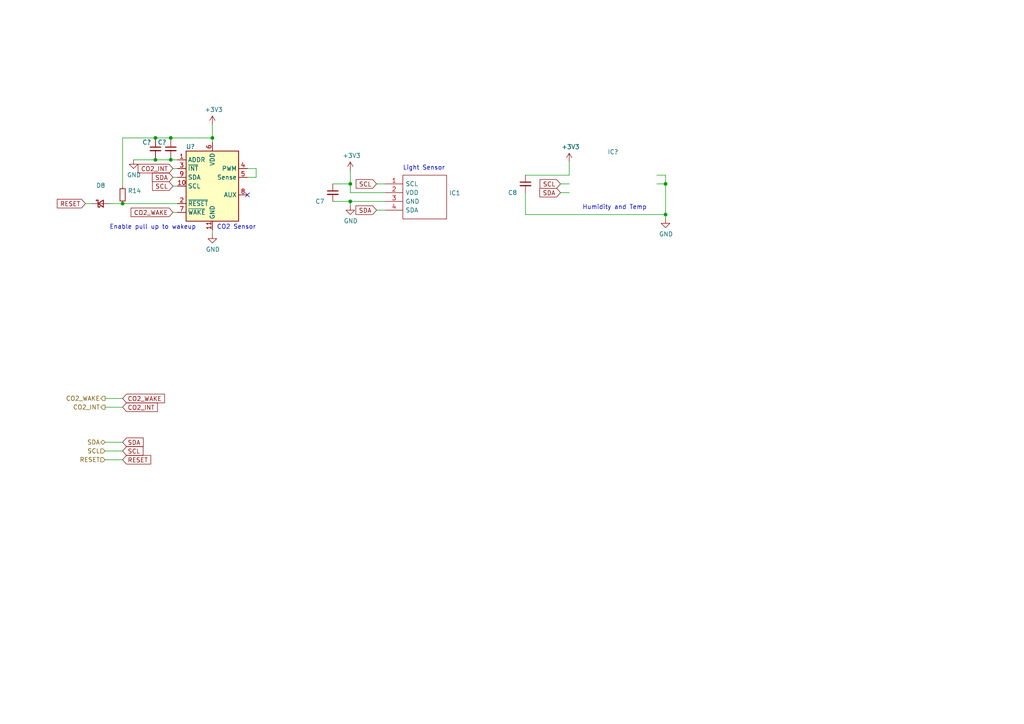
<source format=kicad_sch>
(kicad_sch (version 20211123) (generator eeschema)
  (paper "A4")
  (title_block (title "SmartSensor") (date "2021-11-18") (rev "1.3") (company "Avans Hogeschool") (comment 1 "Maurice Snoeren") (comment 2 "Expertise Centrum Technische Innovatie") (comment 3 "Lectoraat Smart Energy and Datascience & ICT") (comment 4 "Update: Changed reset circuit CSS811"))
  (lib_symbols
    (symbol "Device:C_Small" (pin_numbers hide) (pin_names (offset 0.254) hide)
      (property "Reference" "C" (at 0.254 1.778 0))
      (property "Value" "C_Small" (at 0.254 -2.032 0))
      (symbol "C_Small_0_1"
        (polyline (pts (xy -1.524 -0.508) (xy 1.524 -0.508)) (stroke (width 0.3302)))
        (polyline (pts (xy -1.524 0.508) (xy 1.524 0.508)) (stroke (width 0.3048)))
      )
      (symbol "C_Small_1_1"
        (pin passive line (at 0 2.54 270) (length 2.032) (name "~") (number "1"))
        (pin passive line (at 0 -2.54 90) (length 2.032) (name "~") (number "2"))
      )
    )
    (symbol "Device:D_Schottky_Small" (pin_numbers hide) (pin_names (offset 0.254) hide)
      (property "Reference" "D" (at -1.27 2.032 0))
      (property "Value" "D_Schottky_Small" (at -7.112 -2.032 0))
      (symbol "D_Schottky_Small_0_1"
        (polyline (pts (xy -0.762 0) (xy 0.762 0)))
        (polyline (pts (xy 0.762 -1.016) (xy -0.762 0) (xy 0.762 1.016) (xy 0.762 -1.016)) (stroke (width 0.254)))
        (polyline (pts (xy -1.27 0.762) (xy -1.27 1.016) (xy -0.762 1.016) (xy -0.762 -1.016) (xy -0.254 -1.016) (xy -0.254 -0.762)) (stroke (width 0.254)))
      )
      (symbol "D_Schottky_Small_1_1"
        (pin passive line (at -2.54 0 0) (length 1.778) (name "K") (number "1"))
        (pin passive line (at 2.54 0 180) (length 1.778) (name "A") (number "2"))
      )
    )
    (symbol "Device:R_Small" (pin_numbers hide) (pin_names (offset 0.254) hide)
      (property "Reference" "R" (at 0.762 0.508 0))
      (property "Value" "R_Small" (at 0.762 -1.016 0))
      (symbol "R_Small_0_1"
        (rectangle (start -0.762 1.778) (end 0.762 -1.778) (stroke (width 0.2032)))
      )
      (symbol "R_Small_1_1"
        (pin passive line (at 0 2.54 270) (length 0.762) (name "~") (number "1"))
        (pin passive line (at 0 -2.54 90) (length 0.762) (name "~") (number "2"))
      )
    )
    (symbol "SamacSys_Parts:VEML7700-TT" (pin_names (offset 0.762))
      (property "Reference" "IC" (at 19.05 7.62 0))
      (property "Value" "VEML7700-TT" (at 19.05 5.08 0))
      (symbol "VEML7700-TT_0_0"
        (pin passive line (at 0 0 0) (length 5.08) (name "SCL") (number "1"))
        (pin passive line (at 0 -2.54 0) (length 5.08) (name "VDD") (number "2"))
        (pin passive line (at 0 -5.08 0) (length 5.08) (name "GND") (number "3"))
        (pin passive line (at 0 -7.62 0) (length 5.08) (name "SDA") (number "4"))
      )
      (symbol "VEML7700-TT_0_1"
        (polyline (pts (xy 5.08 2.54) (xy 17.78 2.54) (xy 17.78 -10.16) (xy 5.08 -10.16) (xy 5.08 2.54)) (stroke (width 0.1524)))
      )
    )
    (symbol "Sensor_Gas:CCS811"
      (property "Reference" "U" (at -8.89 13.97 0))
      (property "Value" "CCS811" (at -6.35 11.43 0))
      (symbol "CCS811_0_1"
        (rectangle (start -7.62 10.16) (end 7.62 -10.16) (stroke (width 0.254)) (fill (type background)))
      )
      (symbol "CCS811_1_1"
        (pin input line (at -10.16 7.62 0) (length 2.54) (name "ADDR") (number "1"))
        (pin input line (at -10.16 0 0) (length 2.54) (name "SCL") (number "10"))
        (pin power_in line (at 0 -12.7 90) (length 2.54) (name "GND") (number "11"))
        (pin input line (at -10.16 -5.08 0) (length 2.54) (name "~{RESET}") (number "2"))
        (pin output line (at -10.16 5.08 0) (length 2.54) (name "~{INT}") (number "3"))
        (pin output line (at 10.16 5.08 180) (length 2.54) (name "PWM") (number "4"))
        (pin bidirectional line (at 10.16 2.54 180) (length 2.54) (name "Sense") (number "5"))
        (pin power_in line (at 0 12.7 270) (length 2.54) (name "VDD") (number "6"))
        (pin input line (at -10.16 -7.62 0) (length 2.54) (name "~{WAKE}") (number "7"))
        (pin input line (at 10.16 -2.54 180) (length 2.54) (name "AUX") (number "8"))
        (pin bidirectional line (at -10.16 2.54 0) (length 2.54) (name "SDA") (number "9"))
      )
    )
    (symbol "power:+3.3V" (power) (pin_names (offset 0))
      (property "Value" "+3.3V" (at 0 3.556 0))
      (symbol "+3.3V_0_1"
        (polyline (pts (xy -0.762 1.27) (xy 0 2.54)))
        (polyline (pts (xy 0 0) (xy 0 2.54)))
        (polyline (pts (xy 0 2.54) (xy 0.762 1.27)))
      )
      (symbol "+3.3V_1_1"
        (pin power_in line (at 0 0 90) (length 0) hide (name "+3V3") (number "1"))
      )
    )
    (symbol "power:GND" (power) (pin_names (offset 0))
      (property "Value" "GND" (at 0 -3.81 0))
      (symbol "GND_0_1"
        (polyline (pts (xy 0 0) (xy 0 -1.27) (xy 1.27 -1.27) (xy 0 -2.54) (xy -1.27 -1.27) (xy 0 -1.27)))
      )
      (symbol "GND_1_1"
        (pin power_in line (at 0 0 270) (length 0) hide (name "GND") (number "1"))
      )
    )
  )
  (junction (at 35.56 59.055))
  (junction (at 101.6 58.42))
  (junction (at 193.04 53.34))
  (junction (at 45.085 46.355))
  (junction (at 45.085 40.005))
  (junction (at 49.53 40.005))
  (junction (at 49.53 46.355))
  (junction (at 193.04 62.23))
  (junction (at 101.6 53.34))
  (junction (at 61.595 40.005))
  (no_connect (at 71.755 56.515))
  (wire (pts (xy 61.595 36.195) (xy 61.595 40.005)))
  (wire (pts (xy 96.52 58.42) (xy 101.6 58.42)))
  (wire (pts (xy 162.56 55.88) (xy 165.1 55.88)))
  (wire (pts (xy 45.085 40.005) (xy 49.53 40.005)))
  (wire (pts (xy 190.5 53.34) (xy 193.04 53.34)))
  (wire (pts (xy 101.6 53.34) (xy 101.6 55.88)))
  (wire (pts (xy 61.595 40.005) (xy 61.595 41.275)))
  (wire (pts (xy 152.4 50.8) (xy 165.1 50.8)))
  (wire (pts (xy 35.56 40.005) (xy 45.085 40.005)))
  (wire (pts (xy 50.165 51.435) (xy 51.435 51.435)))
  (wire (pts (xy 49.53 45.72) (xy 49.53 46.355)))
  (wire (pts (xy 49.53 40.64) (xy 49.53 40.005)))
  (wire (pts (xy 30.48 133.35) (xy 35.56 133.35)))
  (wire (pts (xy 111.76 55.88) (xy 101.6 55.88)))
  (wire (pts (xy 190.5 50.8) (xy 193.04 50.8)))
  (wire (pts (xy 111.76 58.42) (xy 101.6 58.42)))
  (wire (pts (xy 51.435 46.355) (xy 49.53 46.355)))
  (wire (pts (xy 50.165 48.895) (xy 51.435 48.895)))
  (wire (pts (xy 31.75 59.055) (xy 35.56 59.055)))
  (wire (pts (xy 24.765 59.055) (xy 26.67 59.055)))
  (wire (pts (xy 162.56 53.34) (xy 165.1 53.34)))
  (wire (pts (xy 61.595 66.675) (xy 61.595 67.945)))
  (wire (pts (xy 165.1 46.99) (xy 165.1 50.8)))
  (wire (pts (xy 101.6 49.53) (xy 101.6 53.34)))
  (wire (pts (xy 35.56 59.055) (xy 51.435 59.055)))
  (wire (pts (xy 38.735 46.355) (xy 45.085 46.355)))
  (wire (pts (xy 45.085 40.64) (xy 45.085 40.005)))
  (wire (pts (xy 30.48 115.57) (xy 35.56 115.57)))
  (wire (pts (xy 193.04 50.8) (xy 193.04 53.34)))
  (wire (pts (xy 45.085 45.72) (xy 45.085 46.355)))
  (wire (pts (xy 74.295 48.895) (xy 74.295 51.435)))
  (wire (pts (xy 49.53 46.355) (xy 45.085 46.355)))
  (wire (pts (xy 30.48 128.27) (xy 35.56 128.27)))
  (wire (pts (xy 101.6 58.42) (xy 101.6 59.69)))
  (wire (pts (xy 109.22 53.34) (xy 111.76 53.34)))
  (wire (pts (xy 193.04 62.23) (xy 193.04 63.5)))
  (wire (pts (xy 71.755 48.895) (xy 74.295 48.895)))
  (wire (pts (xy 30.48 118.11) (xy 35.56 118.11)))
  (wire (pts (xy 152.4 55.88) (xy 152.4 62.23)))
  (wire (pts (xy 49.53 40.005) (xy 61.595 40.005)))
  (wire (pts (xy 96.52 53.34) (xy 101.6 53.34)))
  (wire (pts (xy 30.48 130.81) (xy 35.56 130.81)))
  (wire (pts (xy 35.56 53.975) (xy 35.56 40.005)))
  (wire (pts (xy 193.04 53.34) (xy 193.04 62.23)))
  (wire (pts (xy 152.4 62.23) (xy 193.04 62.23)))
  (wire (pts (xy 109.22 60.96) (xy 111.76 60.96)))
  (wire (pts (xy 50.165 53.975) (xy 51.435 53.975)))
  (wire (pts (xy 74.295 51.435) (xy 71.755 51.435)))
  (wire (pts (xy 50.165 61.595) (xy 51.435 61.595)))
  (text "Enable pull up to wakeup" (at 31.75 66.675 0) (effects (font (size 1.27 1.27)) (justify left bottom)))
  (text "CO2 Sensor" (at 62.865 66.675 0) (effects (font (size 1.27 1.27)) (justify left bottom)))
  (text "Humidity and Temp" (at 168.91 60.96 0) (effects (font (size 1.27 1.27)) (justify left bottom)))
  (text "Light Sensor" (at 116.84 49.53 0) (effects (font (size 1.27 1.27)) (justify left bottom)))
  (global_label "SDA" (shape input) (at 35.56 128.27 0) (property "Intersheet References" "${INTERSHEET_REFS}" (effects hide)))
  (global_label "SCL" (shape input) (at 109.22 53.34 180) (property "Intersheet References" "${INTERSHEET_REFS}" (effects hide)))
  (global_label "CO2_WAKE" (shape input) (at 35.56 115.57 0) (property "Intersheet References" "${INTERSHEET_REFS}" (effects hide)))
  (global_label "CO2_INT" (shape input) (at 50.165 48.895 180) (property "Intersheet References" "${INTERSHEET_REFS}" (effects hide)))
  (global_label "RESET" (shape input) (at 35.56 133.35 0) (property "Intersheet References" "${INTERSHEET_REFS}" (effects hide)))
  (global_label "SDA" (shape input) (at 109.22 60.96 180) (property "Intersheet References" "${INTERSHEET_REFS}" (effects hide)))
  (global_label "SCL" (shape input) (at 35.56 130.81 0) (property "Intersheet References" "${INTERSHEET_REFS}" (effects hide)))
  (global_label "SCL" (shape input) (at 162.56 53.34 180) (property "Intersheet References" "${INTERSHEET_REFS}" (effects hide)))
  (global_label "SDA" (shape input) (at 162.56 55.88 180) (property "Intersheet References" "${INTERSHEET_REFS}" (effects hide)))
  (global_label "SDA" (shape input) (at 50.165 51.435 180) (property "Intersheet References" "${INTERSHEET_REFS}" (effects hide)))
  (global_label "CO2_WAKE" (shape input) (at 50.165 61.595 180) (property "Intersheet References" "${INTERSHEET_REFS}" (effects hide)))
  (global_label "CO2_INT" (shape input) (at 35.56 118.11 0) (property "Intersheet References" "${INTERSHEET_REFS}" (effects hide)))
  (global_label "RESET" (shape input) (at 24.765 59.055 180) (property "Intersheet References" "${INTERSHEET_REFS}" (effects hide)))
  (global_label "SCL" (shape input) (at 50.165 53.975 180) (property "Intersheet References" "${INTERSHEET_REFS}" (effects hide)))
  (hierarchical_label "SDA" (shape bidirectional) (at 30.48 128.27 180))
  (hierarchical_label "CO2_WAKE" (shape output) (at 30.48 115.57 180))
  (hierarchical_label "SCL" (shape input) (at 30.48 130.81 180))
  (hierarchical_label "CO2_INT" (shape output) (at 30.48 118.11 180))
  (hierarchical_label "RESET" (shape input) (at 30.48 133.35 180))
  (symbol (lib_id "SmartSensor-rescue:SHTC3-SamacSys_Parts-SmartSensor-rescue") (at 165.1 50.8 0) (unit 1)
    (property "Reference" "IC?" (at 177.8 44.069 0))
    (property "Datasheet" "https://www.glynshop.com/erp/owweb/Daten/Datenblaetter/Sensirion/SHTC3.pdf" (effects hide))
    (property "Description" "Humidity and Temperature Sensor IC" (effects hide))
    (property "Height" "0.75" (effects hide))
    (property "Manufacturer_Name" "Sensirion" (effects hide))
    (property "Manufacturer_Part_Number" "SHTC3" (effects hide))
    (property "Arrow Part Number" "SHTC3" (effects hide))
    (property "Arrow Price/Stock" "https://www.arrow.com/en/products/shtc3/sensirion-ag" (effects hide))
    (property "Mouser Part Number" "403-SHTC3" (effects hide))
    (property "Mouser Price/Stock" "https://www.mouser.co.uk/ProductDetail/Sensirion/SHTC3?qs=y6ZabgHbY%252Bx3LlA87fqBwg%3D%3D" (effects hide))
  )
  (symbol (lib_id "power:+3.3V") (at 165.1 46.99 0) (unit 1)
    (property "Reference" "#PWR010" (effects hide))
  )
  (symbol (lib_id "power:GND") (at 193.04 63.5 0) (unit 1)
    (property "Reference" "#PWR011" (effects hide))
  )
  (symbol (lib_id "Device:C_Small") (at 152.4 53.34 0) (unit 1)
    (property "Reference" "C8" (at 147.32 55.88 0) (effects (justify left)))
  )
  (symbol (lib_id "Sensor_Gas:CCS811") (at 61.595 53.975 0) (unit 1)
    (property "Reference" "U?" (at 55.245 42.545 0))
    (property "Datasheet" "http://ams.com/eng/Products/Environmental-Sensors/Air-Quality-Sensors/CCS811" (effects hide))
  )
  (symbol (lib_id "power:+3.3V") (at 61.595 36.195 0) (unit 1)
    (property "Reference" "#PWR?" (effects hide))
  )
  (symbol (lib_id "power:GND") (at 61.595 67.945 0) (unit 1)
    (property "Reference" "#PWR?" (effects hide))
  )
  (symbol (lib_id "Device:C_Small") (at 45.085 43.18 0) (unit 1)
    (property "Reference" "C?" (at 41.275 41.275 0) (effects (justify left)))
  )
  (symbol (lib_id "Device:C_Small") (at 49.53 43.18 0) (unit 1)
    (property "Reference" "C?" (at 45.72 41.275 0) (effects (justify left)))
  )
  (symbol (lib_id "power:GND") (at 101.6 59.69 0) (unit 1)
    (property "Reference" "#PWR09" (effects hide))
  )
  (symbol (lib_id "Device:C_Small") (at 96.52 55.88 0) (unit 1)
    (property "Reference" "C7" (at 91.44 58.42 0) (effects (justify left)))
  )
  (symbol (lib_id "power:+3.3V") (at 101.6 49.53 0) (unit 1)
    (property "Reference" "#PWR08" (effects hide))
  )
  (symbol (lib_id "SamacSys_Parts:VEML7700-TT") (at 111.76 53.34 0) (unit 1)
    (property "Reference" "IC1" (at 130.2512 55.9816 0) (effects (justify left)))
    (property "Datasheet" "https://www.arrow.com/en/products/veml7700-tt/vishay" (effects hide))
    (property "Description" "16Bit Ambient Light Sensor I2C 6.8x2.3mm" (effects hide))
    (property "Mouser Part Number" "78-VEML7700-TT" (effects hide))
    (property "Mouser Price/Stock" "https://www.mouser.co.uk/ProductDetail/Vishay-Semiconductors/VEML7700-TT?qs=BcfjnG7NVaXdL6DJFdWbdw%3D%3D" (effects hide))
    (property "Manufacturer_Name" "Vishay" (effects hide))
    (property "Manufacturer_Part_Number" "VEML7700-TT" (effects hide))
  )
  (symbol (lib_id "power:GND") (at 38.735 46.355 0) (unit 1)
    (property "Reference" "#PWR?" (effects hide))
  )
  (symbol (lib_id "Device:R_Small") (at 35.56 56.515 0) (unit 1)
    (property "Reference" "R14" (at 37.0586 55.3466 0) (effects (justify left)))
  )
  (symbol (lib_id "Device:D_Schottky_Small") (at 29.21 59.055 0) (unit 1)
    (property "Reference" "D8" (at 29.21 53.7972 0))
  )
)
</source>
